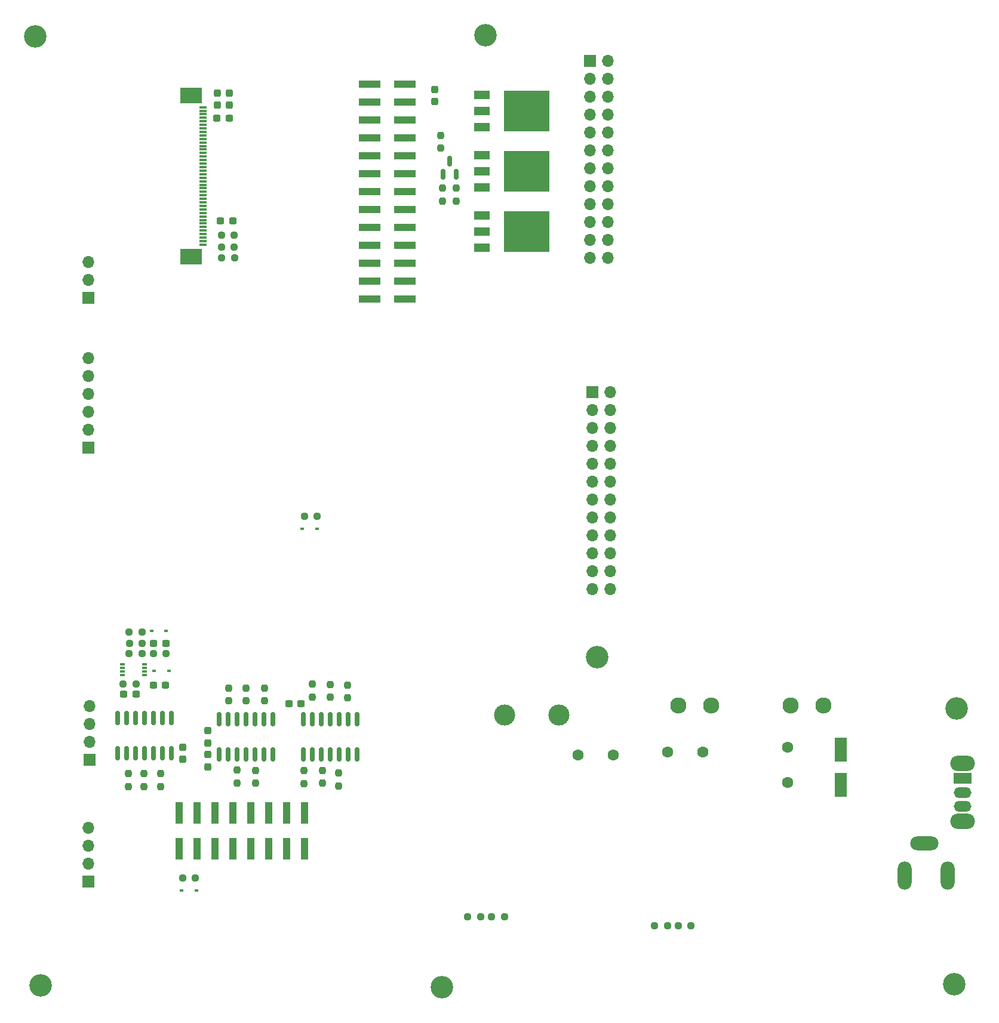
<source format=gts>
%TF.GenerationSoftware,KiCad,Pcbnew,(6.0.9)*%
%TF.CreationDate,2022-11-22T22:59:20+01:00*%
%TF.ProjectId,Testapparaat,54657374-6170-4706-9172-6161742e6b69,rev?*%
%TF.SameCoordinates,Original*%
%TF.FileFunction,Soldermask,Top*%
%TF.FilePolarity,Negative*%
%FSLAX46Y46*%
G04 Gerber Fmt 4.6, Leading zero omitted, Abs format (unit mm)*
G04 Created by KiCad (PCBNEW (6.0.9)) date 2022-11-22 22:59:20*
%MOMM*%
%LPD*%
G01*
G04 APERTURE LIST*
G04 Aperture macros list*
%AMRoundRect*
0 Rectangle with rounded corners*
0 $1 Rounding radius*
0 $2 $3 $4 $5 $6 $7 $8 $9 X,Y pos of 4 corners*
0 Add a 4 corners polygon primitive as box body*
4,1,4,$2,$3,$4,$5,$6,$7,$8,$9,$2,$3,0*
0 Add four circle primitives for the rounded corners*
1,1,$1+$1,$2,$3*
1,1,$1+$1,$4,$5*
1,1,$1+$1,$6,$7*
1,1,$1+$1,$8,$9*
0 Add four rect primitives between the rounded corners*
20,1,$1+$1,$2,$3,$4,$5,0*
20,1,$1+$1,$4,$5,$6,$7,0*
20,1,$1+$1,$6,$7,$8,$9,0*
20,1,$1+$1,$8,$9,$2,$3,0*%
G04 Aperture macros list end*
%ADD10RoundRect,0.237500X0.237500X-0.250000X0.237500X0.250000X-0.237500X0.250000X-0.237500X-0.250000X0*%
%ADD11RoundRect,0.237500X-0.237500X0.250000X-0.237500X-0.250000X0.237500X-0.250000X0.237500X0.250000X0*%
%ADD12RoundRect,0.237500X0.237500X-0.300000X0.237500X0.300000X-0.237500X0.300000X-0.237500X-0.300000X0*%
%ADD13RoundRect,0.237500X-0.300000X-0.237500X0.300000X-0.237500X0.300000X0.237500X-0.300000X0.237500X0*%
%ADD14O,3.500000X2.200000*%
%ADD15R,2.500000X1.500000*%
%ADD16O,2.500000X1.500000*%
%ADD17C,1.600000*%
%ADD18R,3.150000X1.000000*%
%ADD19C,3.000000*%
%ADD20RoundRect,0.237500X-0.237500X0.300000X-0.237500X-0.300000X0.237500X-0.300000X0.237500X0.300000X0*%
%ADD21R,1.700000X1.700000*%
%ADD22O,1.700000X1.700000*%
%ADD23RoundRect,0.237500X0.250000X0.237500X-0.250000X0.237500X-0.250000X-0.237500X0.250000X-0.237500X0*%
%ADD24RoundRect,0.150000X0.150000X-0.587500X0.150000X0.587500X-0.150000X0.587500X-0.150000X-0.587500X0*%
%ADD25RoundRect,0.237500X-0.250000X-0.237500X0.250000X-0.237500X0.250000X0.237500X-0.250000X0.237500X0*%
%ADD26C,3.200000*%
%ADD27RoundRect,0.237500X0.300000X0.237500X-0.300000X0.237500X-0.300000X-0.237500X0.300000X-0.237500X0*%
%ADD28O,2.000000X4.000000*%
%ADD29O,4.000000X2.000000*%
%ADD30R,2.200000X1.200000*%
%ADD31R,6.400000X5.800000*%
%ADD32R,0.600000X0.450000*%
%ADD33RoundRect,0.150000X-0.150000X0.825000X-0.150000X-0.825000X0.150000X-0.825000X0.150000X0.825000X0*%
%ADD34RoundRect,0.150000X0.150000X-0.825000X0.150000X0.825000X-0.150000X0.825000X-0.150000X-0.825000X0*%
%ADD35R,1.100000X0.300000*%
%ADD36R,3.100000X2.300000*%
%ADD37R,1.000000X3.150000*%
%ADD38R,1.800000X3.500000*%
%ADD39R,0.800000X0.300000*%
%ADD40C,2.300000*%
G04 APERTURE END LIST*
D10*
%TO.C,R16*%
X126572000Y-134023000D03*
X126572000Y-132198000D03*
%TD*%
%TO.C,R23*%
X136047000Y-134113000D03*
X136047000Y-132288000D03*
%TD*%
D11*
%TO.C,R2*%
X130472000Y-120550500D03*
X130472000Y-122375500D03*
%TD*%
D12*
%TO.C,C21*%
X122447000Y-131725500D03*
X122447000Y-130000500D03*
%TD*%
D13*
%TO.C,C5*%
X114747000Y-114200500D03*
X116472000Y-114200500D03*
%TD*%
D14*
%TO.C,SW2*%
X229489000Y-131264500D03*
X229489000Y-139464500D03*
D15*
X229489000Y-133364500D03*
D16*
X229489000Y-135364500D03*
X229489000Y-137364500D03*
%TD*%
D17*
%TO.C,C8*%
X204622000Y-133925500D03*
X204622000Y-128925500D03*
%TD*%
D18*
%TO.C,J11*%
X145365000Y-34910500D03*
X150415000Y-34910500D03*
X145365000Y-37450500D03*
X150415000Y-37450500D03*
X145365000Y-39990500D03*
X150415000Y-39990500D03*
X145365000Y-42530500D03*
X150415000Y-42530500D03*
X145365000Y-45070500D03*
X150415000Y-45070500D03*
X145365000Y-47610500D03*
X150415000Y-47610500D03*
X145365000Y-50150500D03*
X150415000Y-50150500D03*
X145365000Y-52690500D03*
X150415000Y-52690500D03*
X145365000Y-55230500D03*
X150415000Y-55230500D03*
X145365000Y-57770500D03*
X150415000Y-57770500D03*
X145365000Y-60310500D03*
X150415000Y-60310500D03*
X145365000Y-62850500D03*
X150415000Y-62850500D03*
X145365000Y-65390500D03*
X150415000Y-65390500D03*
%TD*%
D11*
%TO.C,R25*%
X137247000Y-120000500D03*
X137247000Y-121825500D03*
%TD*%
D19*
%TO.C,J9*%
X172247000Y-124425500D03*
%TD*%
D20*
%TO.C,C19*%
X125522000Y-36150500D03*
X125522000Y-37875500D03*
%TD*%
D21*
%TO.C,J7*%
X105522000Y-65215500D03*
D22*
X105522000Y-62675500D03*
X105522000Y-60135500D03*
%TD*%
D23*
%TO.C,R42*%
X120672000Y-147550500D03*
X118847000Y-147550500D03*
%TD*%
D24*
%TO.C,Q3*%
X155759500Y-47673000D03*
X157659500Y-47673000D03*
X156709500Y-45798000D03*
%TD*%
D25*
%TO.C,R29*%
X111334500Y-114200500D03*
X113159500Y-114200500D03*
%TD*%
D21*
%TO.C,J2*%
X176664000Y-31571000D03*
D22*
X179204000Y-31571000D03*
X176664000Y-34111000D03*
X179204000Y-34111000D03*
X176664000Y-36651000D03*
X179204000Y-36651000D03*
X176664000Y-39191000D03*
X179204000Y-39191000D03*
X176664000Y-41731000D03*
X179204000Y-41731000D03*
X176664000Y-44271000D03*
X179204000Y-44271000D03*
X176664000Y-46811000D03*
X179204000Y-46811000D03*
X176664000Y-49351000D03*
X179204000Y-49351000D03*
X176664000Y-51891000D03*
X179204000Y-51891000D03*
X176664000Y-54431000D03*
X179204000Y-54431000D03*
X176664000Y-56971000D03*
X179204000Y-56971000D03*
X176664000Y-59511000D03*
X179204000Y-59511000D03*
%TD*%
D26*
%TO.C,*%
X97947000Y-28150500D03*
%TD*%
D10*
%TO.C,R17*%
X129247000Y-134088000D03*
X129247000Y-132263000D03*
%TD*%
D25*
%TO.C,R33*%
X136122000Y-96200500D03*
X137947000Y-96200500D03*
%TD*%
D10*
%TO.C,R26*%
X111197000Y-134513000D03*
X111197000Y-132688000D03*
%TD*%
D26*
%TO.C,*%
X155622000Y-163025500D03*
%TD*%
D11*
%TO.C,R14*%
X127822000Y-120550500D03*
X127822000Y-122375500D03*
%TD*%
D13*
%TO.C,C13*%
X123747000Y-39700500D03*
X125472000Y-39700500D03*
%TD*%
D25*
%TO.C,R35*%
X110422000Y-119950500D03*
X112247000Y-119950500D03*
%TD*%
D27*
%TO.C,C18*%
X125972000Y-54300500D03*
X124247000Y-54300500D03*
%TD*%
D11*
%TO.C,R22*%
X139797000Y-120038000D03*
X139797000Y-121863000D03*
%TD*%
D23*
%TO.C,R9*%
X164492000Y-153000500D03*
X162667000Y-153000500D03*
%TD*%
D10*
%TO.C,R30*%
X155717000Y-51458000D03*
X155717000Y-49633000D03*
%TD*%
%TO.C,R31*%
X157622000Y-51458000D03*
X157622000Y-49633000D03*
%TD*%
D12*
%TO.C,C20*%
X123772000Y-37900500D03*
X123772000Y-36175500D03*
%TD*%
D10*
%TO.C,R21*%
X140997000Y-134450500D03*
X140997000Y-132625500D03*
%TD*%
D28*
%TO.C,J8*%
X221215500Y-147196500D03*
D29*
X224015500Y-142596500D03*
D28*
X227315500Y-147196500D03*
%TD*%
D10*
%TO.C,R32*%
X155447000Y-43975500D03*
X155447000Y-42150500D03*
%TD*%
D12*
%TO.C,C22*%
X154622000Y-37350500D03*
X154622000Y-35625500D03*
%TD*%
D23*
%TO.C,R43*%
X113109500Y-112650500D03*
X111284500Y-112650500D03*
%TD*%
D30*
%TO.C,Q6*%
X161342000Y-44975500D03*
X161342000Y-47255500D03*
D31*
X167642000Y-47255500D03*
D30*
X161342000Y-49535500D03*
%TD*%
D20*
%TO.C,C10*%
X122447000Y-126638000D03*
X122447000Y-128363000D03*
%TD*%
D10*
%TO.C,R24*%
X138697000Y-134063000D03*
X138697000Y-132238000D03*
%TD*%
D25*
%TO.C,R12*%
X124377000Y-57980500D03*
X126202000Y-57980500D03*
%TD*%
D17*
%TO.C,C2*%
X192622000Y-129625500D03*
X187622000Y-129625500D03*
%TD*%
D11*
%TO.C,R15*%
X125372000Y-120575500D03*
X125372000Y-122400500D03*
%TD*%
D26*
%TO.C,MP\u002A\u002A*%
X177622000Y-116175500D03*
%TD*%
D23*
%TO.C,R10*%
X161134500Y-153000500D03*
X159309500Y-153000500D03*
%TD*%
D32*
%TO.C,D5*%
X118747000Y-149300500D03*
X120847000Y-149300500D03*
%TD*%
D26*
%TO.C,*%
X228647000Y-123475500D03*
%TD*%
D30*
%TO.C,Q5*%
X161342000Y-36445500D03*
X161342000Y-38725500D03*
D31*
X167642000Y-38725500D03*
D30*
X161342000Y-41005500D03*
%TD*%
D32*
%TO.C,D7*%
X114837000Y-118110500D03*
X116937000Y-118110500D03*
%TD*%
D26*
%TO.C,*%
X161847000Y-27975500D03*
%TD*%
D10*
%TO.C,R27*%
X113347000Y-134550500D03*
X113347000Y-132725500D03*
%TD*%
D21*
%TO.C,J6*%
X105647000Y-130775500D03*
D22*
X105647000Y-128235500D03*
X105647000Y-125695500D03*
X105647000Y-123155500D03*
%TD*%
D23*
%TO.C,R8*%
X187592000Y-154270500D03*
X185767000Y-154270500D03*
%TD*%
D21*
%TO.C,J3*%
X176964000Y-78621000D03*
D22*
X179504000Y-78621000D03*
X176964000Y-81161000D03*
X179504000Y-81161000D03*
X176964000Y-83701000D03*
X179504000Y-83701000D03*
X176964000Y-86241000D03*
X179504000Y-86241000D03*
X176964000Y-88781000D03*
X179504000Y-88781000D03*
X176964000Y-91321000D03*
X179504000Y-91321000D03*
X176964000Y-93861000D03*
X179504000Y-93861000D03*
X176964000Y-96401000D03*
X179504000Y-96401000D03*
X176964000Y-98941000D03*
X179504000Y-98941000D03*
X176964000Y-101481000D03*
X179504000Y-101481000D03*
X176964000Y-104021000D03*
X179504000Y-104021000D03*
X176964000Y-106561000D03*
X179504000Y-106561000D03*
%TD*%
D26*
%TO.C,*%
X228247000Y-162575500D03*
%TD*%
D21*
%TO.C,J1*%
X105547000Y-86425500D03*
D22*
X105547000Y-83885500D03*
X105547000Y-81345500D03*
X105547000Y-78805500D03*
X105547000Y-76265500D03*
X105547000Y-73725500D03*
%TD*%
D11*
%TO.C,R18*%
X142247000Y-120125500D03*
X142247000Y-121950500D03*
%TD*%
D10*
%TO.C,R28*%
X115747000Y-134513000D03*
X115747000Y-132688000D03*
%TD*%
D33*
%TO.C,U9*%
X117307000Y-124825500D03*
X116037000Y-124825500D03*
X114767000Y-124825500D03*
X113497000Y-124825500D03*
X112227000Y-124825500D03*
X110957000Y-124825500D03*
X109687000Y-124825500D03*
X109687000Y-129775500D03*
X110957000Y-129775500D03*
X112227000Y-129775500D03*
X113497000Y-129775500D03*
X114767000Y-129775500D03*
X116037000Y-129775500D03*
X117307000Y-129775500D03*
%TD*%
D25*
%TO.C,R34*%
X111297000Y-115700500D03*
X113122000Y-115700500D03*
%TD*%
D19*
%TO.C,J10*%
X164547000Y-124375500D03*
%TD*%
D32*
%TO.C,D6*%
X116547000Y-112450500D03*
X114447000Y-112450500D03*
%TD*%
D27*
%TO.C,C11*%
X135659500Y-122800500D03*
X133934500Y-122800500D03*
%TD*%
D21*
%TO.C,J12*%
X105522000Y-147975500D03*
D22*
X105522000Y-145435500D03*
X105522000Y-142895500D03*
X105522000Y-140355500D03*
%TD*%
D34*
%TO.C,U8*%
X135987000Y-129975500D03*
X137257000Y-129975500D03*
X138527000Y-129975500D03*
X139797000Y-129975500D03*
X141067000Y-129975500D03*
X142337000Y-129975500D03*
X143607000Y-129975500D03*
X143607000Y-125025500D03*
X142337000Y-125025500D03*
X141067000Y-125025500D03*
X139797000Y-125025500D03*
X138527000Y-125025500D03*
X137257000Y-125025500D03*
X135987000Y-125025500D03*
%TD*%
D35*
%TO.C,J5*%
X121747000Y-38170500D03*
X121747000Y-38670500D03*
X121747000Y-39170500D03*
X121747000Y-39670500D03*
X121747000Y-40170500D03*
X121747000Y-40670500D03*
X121747000Y-41170500D03*
X121747000Y-41670500D03*
X121747000Y-42170500D03*
X121747000Y-42670500D03*
X121747000Y-43170500D03*
X121747000Y-43670500D03*
X121747000Y-44170500D03*
X121747000Y-44670500D03*
X121747000Y-45170500D03*
X121747000Y-45670500D03*
X121747000Y-46170500D03*
X121747000Y-46670500D03*
X121747000Y-47170500D03*
X121747000Y-47670500D03*
X121747000Y-48170500D03*
X121747000Y-48670500D03*
X121747000Y-49170500D03*
X121747000Y-49670500D03*
X121747000Y-50170500D03*
X121747000Y-50670500D03*
X121747000Y-51170500D03*
X121747000Y-51670500D03*
X121747000Y-52170500D03*
X121747000Y-52670500D03*
X121747000Y-53170500D03*
X121747000Y-53670500D03*
X121747000Y-54170500D03*
X121747000Y-54670500D03*
X121747000Y-55170500D03*
X121747000Y-55670500D03*
X121747000Y-56170500D03*
X121747000Y-56670500D03*
X121747000Y-57170500D03*
X121747000Y-57670500D03*
D36*
X120047000Y-59340500D03*
X120047000Y-36500500D03*
%TD*%
D37*
%TO.C,J13*%
X136187000Y-138275500D03*
X136187000Y-143325500D03*
X133647000Y-138275500D03*
X133647000Y-143325500D03*
X131107000Y-138275500D03*
X131107000Y-143325500D03*
X128567000Y-138275500D03*
X128567000Y-143325500D03*
X126027000Y-138275500D03*
X126027000Y-143325500D03*
X123487000Y-138275500D03*
X123487000Y-143325500D03*
X120947000Y-138275500D03*
X120947000Y-143325500D03*
X118407000Y-138275500D03*
X118407000Y-143325500D03*
%TD*%
D38*
%TO.C,D4*%
X212217000Y-129300500D03*
X212217000Y-134300500D03*
%TD*%
D25*
%TO.C,R11*%
X124359500Y-56350500D03*
X126184500Y-56350500D03*
%TD*%
D13*
%TO.C,C7*%
X114722000Y-120200500D03*
X116447000Y-120200500D03*
%TD*%
D17*
%TO.C,C9*%
X179959000Y-130062500D03*
X174959000Y-130062500D03*
%TD*%
D39*
%TO.C,U12*%
X113447000Y-118700500D03*
X113447000Y-118200500D03*
X113447000Y-117700500D03*
X113447000Y-117200500D03*
X110347000Y-117200500D03*
X110347000Y-117700500D03*
X110347000Y-118200500D03*
X110347000Y-118700500D03*
%TD*%
D34*
%TO.C,U6*%
X124037000Y-129975500D03*
X125307000Y-129975500D03*
X126577000Y-129975500D03*
X127847000Y-129975500D03*
X129117000Y-129975500D03*
X130387000Y-129975500D03*
X131657000Y-129975500D03*
X131657000Y-125025500D03*
X130387000Y-125025500D03*
X129117000Y-125025500D03*
X127847000Y-125025500D03*
X126577000Y-125025500D03*
X125307000Y-125025500D03*
X124037000Y-125025500D03*
%TD*%
D23*
%TO.C,R7*%
X190952000Y-154270500D03*
X189127000Y-154270500D03*
%TD*%
D27*
%TO.C,C4*%
X112247000Y-121450500D03*
X110522000Y-121450500D03*
%TD*%
D25*
%TO.C,R13*%
X124387000Y-59570500D03*
X126212000Y-59570500D03*
%TD*%
D30*
%TO.C,Q4*%
X161322000Y-53545500D03*
X161322000Y-55825500D03*
D31*
X167622000Y-55825500D03*
D30*
X161322000Y-58105500D03*
%TD*%
D23*
%TO.C,R44*%
X116522000Y-115700500D03*
X114697000Y-115700500D03*
%TD*%
D26*
%TO.C,*%
X98697000Y-162750500D03*
%TD*%
D20*
%TO.C,C15*%
X118847000Y-128950500D03*
X118847000Y-130675500D03*
%TD*%
D32*
%TO.C,D3*%
X137947000Y-97950500D03*
X135847000Y-97950500D03*
%TD*%
D40*
%TO.C,F1*%
X205097000Y-123000500D03*
X209697000Y-123000500D03*
X189197000Y-123000500D03*
X193797000Y-123000500D03*
%TD*%
M02*

</source>
